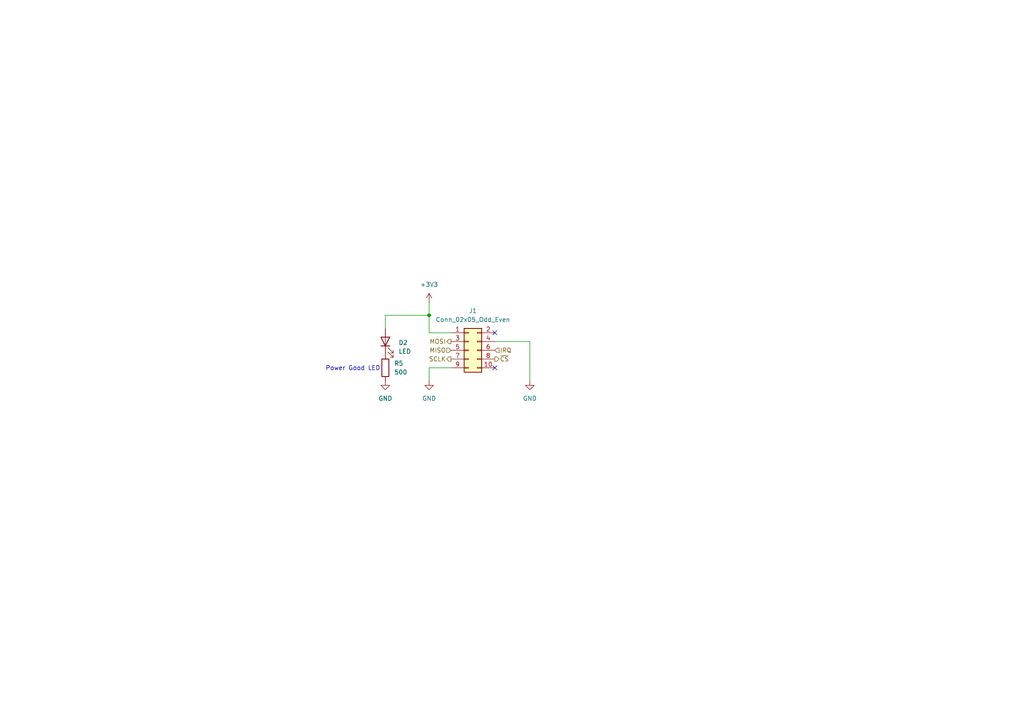
<source format=kicad_sch>
(kicad_sch (version 20231120) (generator "eeschema") (generator_version "8.0")
  (paper "A4")
  (title_block (date "2024-08-09"))
  (lib_symbols
    (symbol "Connector_Generic:Conn_02x05_Odd_Even" (pin_names (offset 1.016) hide)
      (property "Reference" "J" (at 1.27 7.62 0))
      (property "Value" "Conn_02x05_Odd_Even" (at 1.27 -7.62 0))
      (symbol "Conn_02x05_Odd_Even_1_1"
        (rectangle (start -1.27 -4.953) (end 0 -5.207) (stroke (width 0.1524)))
        (rectangle (start -1.27 -2.413) (end 0 -2.667) (stroke (width 0.1524)))
        (rectangle (start -1.27 0.127) (end 0 -0.127) (stroke (width 0.1524)))
        (rectangle (start -1.27 2.667) (end 0 2.413) (stroke (width 0.1524)))
        (rectangle (start -1.27 5.207) (end 0 4.953) (stroke (width 0.1524)))
        (rectangle (start -1.27 6.35) (end 3.81 -6.35) (stroke (width 0.254)) (fill (type background)))
        (rectangle (start 3.81 -4.953) (end 2.54 -5.207) (stroke (width 0.1524)))
        (rectangle (start 3.81 -2.413) (end 2.54 -2.667) (stroke (width 0.1524)))
        (rectangle (start 3.81 0.127) (end 2.54 -0.127) (stroke (width 0.1524)))
        (rectangle (start 3.81 2.667) (end 2.54 2.413) (stroke (width 0.1524)))
        (rectangle (start 3.81 5.207) (end 2.54 4.953) (stroke (width 0.1524)))
        (pin passive line (at -5.08 5.08 0) (length 3.81) (name "Pin_1") (number "1"))
        (pin passive line (at 7.62 -5.08 180) (length 3.81) (name "Pin_10") (number "10"))
        (pin passive line (at 7.62 5.08 180) (length 3.81) (name "Pin_2") (number "2"))
        (pin passive line (at -5.08 2.54 0) (length 3.81) (name "Pin_3") (number "3"))
        (pin passive line (at 7.62 2.54 180) (length 3.81) (name "Pin_4") (number "4"))
        (pin passive line (at -5.08 0 0) (length 3.81) (name "Pin_5") (number "5"))
        (pin passive line (at 7.62 0 180) (length 3.81) (name "Pin_6") (number "6"))
        (pin passive line (at -5.08 -2.54 0) (length 3.81) (name "Pin_7") (number "7"))
        (pin passive line (at 7.62 -2.54 180) (length 3.81) (name "Pin_8") (number "8"))
        (pin passive line (at -5.08 -5.08 0) (length 3.81) (name "Pin_9") (number "9"))
      )
    )
    (symbol "Device:LED" (pin_numbers hide) (pin_names (offset 1.016) hide)
      (property "Reference" "D" (at 0 2.54 0))
      (property "Value" "LED" (at 0 -2.54 0))
      (symbol "LED_0_1"
        (polyline (pts (xy -1.27 -1.27) (xy -1.27 1.27)) (stroke (width 0.254)))
        (polyline (pts (xy -1.27 0) (xy 1.27 0)))
        (polyline (pts (xy 1.27 -1.27) (xy 1.27 1.27) (xy -1.27 0) (xy 1.27 -1.27)) (stroke (width 0.254)))
        (polyline (pts (xy -3.048 -0.762) (xy -4.572 -2.286) (xy -3.81 -2.286) (xy -4.572 -2.286) (xy -4.572 -1.524)))
        (polyline (pts (xy -1.778 -0.762) (xy -3.302 -2.286) (xy -2.54 -2.286) (xy -3.302 -2.286) (xy -3.302 -1.524)))
      )
      (symbol "LED_1_1"
        (pin passive line (at -3.81 0 0) (length 2.54) (name "K") (number "1"))
        (pin passive line (at 3.81 0 180) (length 2.54) (name "A") (number "2"))
      )
    )
    (symbol "Device:R" (pin_numbers hide) (pin_names (offset 0))
      (property "Reference" "R" (at 2.032 0 90))
      (property "Value" "R" (at 0 0 90))
      (symbol "R_0_1"
        (rectangle (start -1.016 -2.54) (end 1.016 2.54) (stroke (width 0.254)))
      )
      (symbol "R_1_1"
        (pin passive line (at 0 3.81 270) (length 1.27) (name "~") (number "1"))
        (pin passive line (at 0 -3.81 90) (length 1.27) (name "~") (number "2"))
      )
    )
    (symbol "power:+3V3" (power) (pin_numbers hide) (pin_names (offset 0) hide)
      (property "Value" "+3V3" (at 0 3.556 0))
      (symbol "+3V3_0_1"
        (polyline (pts (xy -0.762 1.27) (xy 0 2.54)))
        (polyline (pts (xy 0 0) (xy 0 2.54)))
        (polyline (pts (xy 0 2.54) (xy 0.762 1.27)))
      )
      (symbol "+3V3_1_1"
        (pin power_in line (at 0 0 90) (length 0) (name "~") (number "1"))
      )
    )
    (symbol "power:GND" (power) (pin_numbers hide) (pin_names (offset 0) hide)
      (property "Value" "GND" (at 0 -3.81 0))
      (symbol "GND_0_1"
        (polyline (pts (xy 0 0) (xy 0 -1.27) (xy 1.27 -1.27) (xy 0 -2.54) (xy -1.27 -1.27) (xy 0 -1.27)))
      )
      (symbol "GND_1_1"
        (pin power_in line (at 0 0 270) (length 0) (name "~") (number "1"))
      )
    )
  )
  (junction (at 124.46 91.44))
  (no_connect (at 143.51 106.68))
  (no_connect (at 143.51 96.52))
  (wire (pts (xy 124.46 106.68) (xy 124.46 110.49)))
  (wire (pts (xy 124.46 96.52) (xy 130.81 96.52)))
  (wire (pts (xy 130.81 106.68) (xy 124.46 106.68)))
  (wire (pts (xy 111.76 95.25) (xy 111.76 91.44)))
  (wire (pts (xy 111.76 91.44) (xy 124.46 91.44)))
  (wire (pts (xy 124.46 91.44) (xy 124.46 96.52)))
  (wire (pts (xy 153.67 99.06) (xy 153.67 110.49)))
  (wire (pts (xy 143.51 99.06) (xy 153.67 99.06)))
  (wire (pts (xy 124.46 87.63) (xy 124.46 91.44)))
  (text "Power Good LED\n" (at 102.362 106.934 0) (effects (font (size 1.27 1.27))))
  (hierarchical_label "MISO" (shape input) (at 130.81 101.6 180))
  (hierarchical_label "MOSI" (shape output) (at 130.81 99.06 180))
  (hierarchical_label "~{CS}" (shape output) (at 143.51 104.14 0))
  (hierarchical_label "IRQ" (shape input) (at 143.51 101.6 0))
  (hierarchical_label "SCLK" (shape output) (at 130.81 104.14 180))
  (symbol (lib_id "Connector_Generic:Conn_02x05_Odd_Even") (at 135.89 101.6 0) (unit 1)
    (property "Reference" "J1" (at 137.16 90.17 0))
    (property "Value" "Conn_02x05_Odd_Even" (at 137.16 92.71 0))
    (property "Footprint" "Connector_PinHeader_2.54mm:PinHeader_2x05_P2.54mm_Horizontal" (effects (hide yes)))
    (property "Description" "Generic connector, double row, 02x05, odd/even pin numbering scheme (row 1 odd numbers, row 2 even numbers), script generated (kicad-library-utils/schlib/autogen/connector/)" (effects (hide yes)))
  )
  (symbol (lib_id "Device:LED") (at 111.76 99.06 90) (unit 1)
    (property "Reference" "D2" (at 115.57 99.3774 90) (effects (justify right)))
    (property "Value" "LED" (at 115.57 101.9174 90) (effects (justify right)))
    (property "Footprint" "LED_SMD:LED_0805_2012Metric_Pad1.15x1.40mm_HandSolder" (effects (hide yes)))
    (property "Description" "Light emitting diode" (effects (hide yes)))
  )
  (symbol (lib_id "Device:R") (at 111.76 106.68 0) (unit 1)
    (property "Reference" "R5" (at 114.3 105.4099 0) (effects (justify left)))
    (property "Value" "500" (at 114.3 107.9499 0) (effects (justify left)))
    (property "Footprint" "Resistor_SMD:R_0805_2012Metric_Pad1.20x1.40mm_HandSolder" (effects (hide yes)))
    (property "Description" "Resistor" (effects (hide yes)))
  )
  (symbol (lib_id "power:GND") (at 124.46 110.49 0) (unit 1)
    (property "Reference" "#PWR013" (effects (hide yes)))
    (property "Value" "GND" (at 124.46 115.57 0))
    (property "Description" "Power symbol creates a global label with name \"GND\" , ground" (effects (hide yes)))
  )
  (symbol (lib_id "power:GND") (at 153.67 110.49 0) (unit 1)
    (property "Reference" "#PWR014" (effects (hide yes)))
    (property "Value" "GND" (at 153.67 115.57 0))
    (property "Description" "Power symbol creates a global label with name \"GND\" , ground" (effects (hide yes)))
  )
  (symbol (lib_id "power:+3V3") (at 124.46 87.63 0) (unit 1)
    (property "Reference" "#PWR015" (effects (hide yes)))
    (property "Value" "+3V3" (at 124.46 82.55 0))
    (property "Description" "Power symbol creates a global label with name \"+3V3\"" (effects (hide yes)))
  )
  (symbol (lib_id "power:GND") (at 111.76 110.49 0) (unit 1)
    (property "Reference" "#PWR016" (effects (hide yes)))
    (property "Value" "GND" (at 111.76 115.57 0))
    (property "Description" "Power symbol creates a global label with name \"GND\" , ground" (effects (hide yes)))
  )
)
</source>
